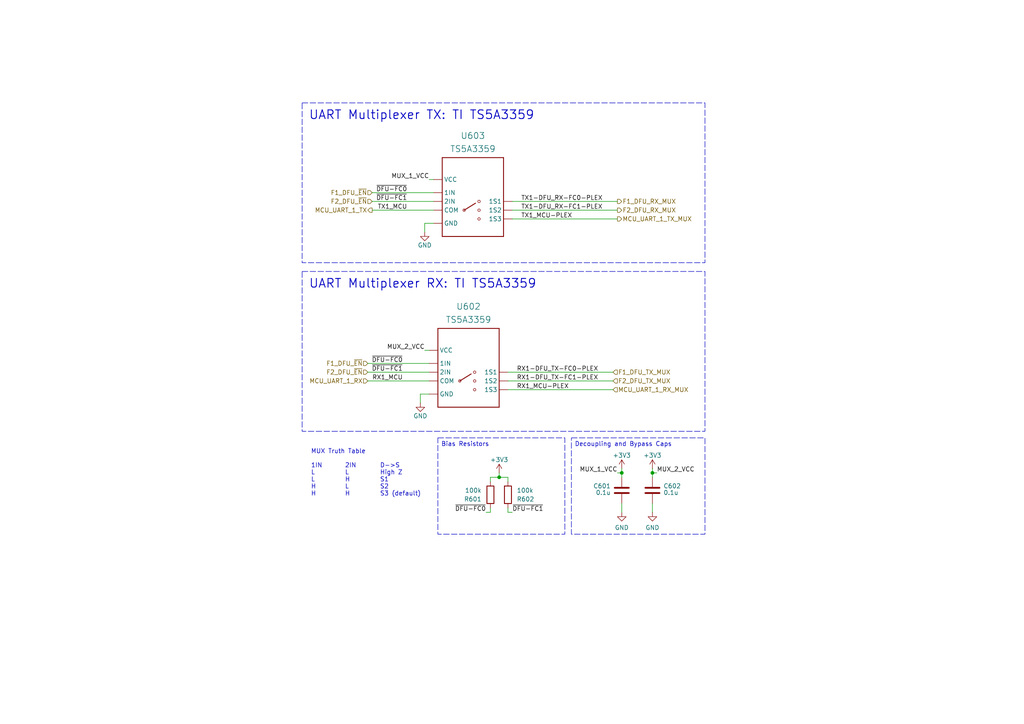
<source format=kicad_sch>
(kicad_sch (version 20231120) (generator "eeschema") (generator_version "8.0")
  (paper "A4")
  (title_block (title "bac MCU MicroMod Main Board Dual Function Single bacBus v1") (date "2025-02-12") (rev "1") (company "Build a CubeSat") (comment 1 "Manuel Imboden") (comment 2 "CC BY-SA 4.0") (comment 3 "https://buildacubesat.space"))
  (lib_symbols
    (symbol "Device:C" (pin_numbers hide) (pin_names (offset 0.254))
      (property "Reference" "C" (at 0.635 2.54 0))
      (property "Value" "C" (at 0.635 -2.54 0))
      (symbol "C_0_1"
        (polyline (pts (xy -2.032 -0.762) (xy 2.032 -0.762)) (stroke (width 0.508)))
        (polyline (pts (xy -2.032 0.762) (xy 2.032 0.762)) (stroke (width 0.508)))
      )
      (symbol "C_1_1"
        (pin passive line (at 0 3.81 270) (length 2.794) (name "~") (number "1"))
        (pin passive line (at 0 -3.81 90) (length 2.794) (name "~") (number "2"))
      )
    )
    (symbol "Device:R" (pin_numbers hide) (pin_names (offset 0))
      (property "Reference" "R" (at 2.032 0 90))
      (property "Value" "R" (at 0 0 90))
      (symbol "R_0_1"
        (rectangle (start -1.016 -2.54) (end 1.016 2.54) (stroke (width 0.254)))
      )
      (symbol "R_1_1"
        (pin passive line (at 0 3.81 270) (length 1.27) (name "~") (number "1"))
        (pin passive line (at 0 -3.81 90) (length 1.27) (name "~") (number "2"))
      )
    )
    (symbol "bac MicroMod Main Board v1:TI TS5A3359DCUR"
      (property "Reference" "U" (at -7.62 13.208 0))
      (property "Value" "TS5A3359" (at -5.588 -12.954 0))
      (symbol "TI TS5A3359DCUR_1_0"
        (circle (center -1.27 -2.54) (radius 0.3592))
        (polyline (pts (xy -7.62 -10.16) (xy -7.62 12.7)) (stroke (width 0.254)))
        (polyline (pts (xy -7.62 12.7) (xy 10.16 12.7)) (stroke (width 0.254)))
        (polyline (pts (xy -1.27 -2.54) (xy 2.032 -0.508)) (stroke (width 0.254)))
        (polyline (pts (xy 10.16 -10.16) (xy -7.62 -10.16)) (stroke (width 0.254)))
        (polyline (pts (xy 10.16 12.7) (xy 10.16 -10.16)) (stroke (width 0.254)))
        (circle (center 3.048 -5.08) (radius 0.3592))
        (circle (center 3.048 -2.54) (radius 0.3592))
        (circle (center 3.048 0) (radius 0.3592))
        (pin bidirectional line (at 12.7 0 180) (length 2.54) (name "1S1") (number "1"))
        (pin bidirectional line (at 12.7 -2.54 180) (length 2.54) (name "1S2") (number "2"))
        (pin bidirectional line (at 12.7 -5.08 180) (length 2.54) (name "1S3") (number "3"))
        (pin power_in line (at -10.16 -6.35 0) (length 2.54) (name "GND") (number "4"))
        (pin bidirectional line (at -10.16 0 0) (length 2.54) (name "2IN") (number "5"))
        (pin bidirectional line (at -10.16 2.54 0) (length 2.54) (name "1IN") (number "6"))
        (pin bidirectional line (at -10.16 -2.54 0) (length 2.54) (name "COM") (number "7"))
        (pin power_in line (at -10.16 6.35 0) (length 2.54) (name "VCC") (number "8"))
      )
    )
    (symbol "power:+3.3V" (power) (pin_numbers hide) (pin_names (offset 0) hide)
      (property "Value" "+3.3V" (at 0 3.556 0))
      (symbol "+3.3V_0_1"
        (polyline (pts (xy -0.762 1.27) (xy 0 2.54)))
        (polyline (pts (xy 0 0) (xy 0 2.54)))
        (polyline (pts (xy 0 2.54) (xy 0.762 1.27)))
      )
      (symbol "+3.3V_1_1"
        (pin power_in line (at 0 0 90) (length 0) (name "~") (number "1"))
      )
    )
    (symbol "power:GND" (power) (pin_numbers hide) (pin_names (offset 0) hide)
      (property "Value" "GND" (at 0 -3.81 0))
      (symbol "GND_0_1"
        (polyline (pts (xy 0 0) (xy 0 -1.27) (xy 1.27 -1.27) (xy 0 -2.54) (xy -1.27 -1.27) (xy 0 -1.27)))
      )
      (symbol "GND_1_1"
        (pin power_in line (at 0 0 270) (length 0) (name "~") (number "1"))
      )
    )
  )
  (junction (at 180.34 137.16))
  (junction (at 144.78 138.43))
  (junction (at 189.23 137.16))
  (wire (pts (xy 180.34 137.16) (xy 180.34 138.43)))
  (wire (pts (xy 144.78 138.43) (xy 147.32 138.43)))
  (wire (pts (xy 107.95 55.88) (xy 125.73 55.88)))
  (wire (pts (xy 123.19 67.31) (xy 123.19 64.77)))
  (wire (pts (xy 148.59 58.42) (xy 179.07 58.42)))
  (wire (pts (xy 140.97 148.59) (xy 142.24 148.59)))
  (wire (pts (xy 123.19 64.77) (xy 125.73 64.77)) (stroke (width 0.1524)))
  (wire (pts (xy 147.32 148.59) (xy 147.32 147.32)))
  (wire (pts (xy 107.95 58.42) (xy 125.73 58.42)))
  (wire (pts (xy 190.5 137.16) (xy 189.23 137.16)))
  (wire (pts (xy 147.32 148.59) (xy 148.59 148.59)))
  (wire (pts (xy 148.59 60.96) (xy 179.07 60.96)))
  (wire (pts (xy 147.32 138.43) (xy 147.32 139.7)))
  (wire (pts (xy 144.78 138.43) (xy 144.78 137.16)))
  (wire (pts (xy 123.19 101.6) (xy 124.46 101.6)))
  (wire (pts (xy 148.59 63.5) (xy 179.07 63.5)))
  (wire (pts (xy 180.34 135.89) (xy 180.34 137.16)))
  (wire (pts (xy 107.95 60.96) (xy 125.73 60.96)))
  (wire (pts (xy 121.92 116.84) (xy 121.92 114.3)))
  (wire (pts (xy 142.24 148.59) (xy 142.24 147.32)))
  (wire (pts (xy 106.68 110.49) (xy 124.46 110.49)))
  (wire (pts (xy 189.23 135.89) (xy 189.23 137.16)))
  (wire (pts (xy 147.32 113.03) (xy 177.8 113.03)) (stroke (width 0.1524)))
  (wire (pts (xy 124.46 52.07) (xy 125.73 52.07)))
  (wire (pts (xy 106.68 107.95) (xy 124.46 107.95)))
  (wire (pts (xy 121.92 114.3) (xy 124.46 114.3)) (stroke (width 0.1524)))
  (wire (pts (xy 142.24 138.43) (xy 144.78 138.43)))
  (wire (pts (xy 189.23 137.16) (xy 189.23 138.43)))
  (wire (pts (xy 147.32 110.49) (xy 177.8 110.49)) (stroke (width 0.1524)))
  (wire (pts (xy 179.07 137.16) (xy 180.34 137.16)))
  (wire (pts (xy 142.24 139.7) (xy 142.24 138.43)))
  (wire (pts (xy 189.23 146.05) (xy 189.23 148.59)))
  (wire (pts (xy 147.32 107.95) (xy 177.8 107.95)) (stroke (width 0.1524)))
  (wire (pts (xy 106.68 105.41) (xy 124.46 105.41)))
  (wire (pts (xy 180.34 146.05) (xy 180.34 148.59)))
  (text_box "Decoupling and Bypass Caps" (at 165.735 127 0) (size 38.735 27.94) (stroke (width 0) (type dash)) (effects (font (size 1.27 1.27)) (justify left top)))
  (text_box "UART Multiplexer RX: TI TS5A3359" (at 87.63 78.74 0) (size 116.84 46.355) (stroke (width 0) (type dash)) (effects (font (size 2.54 2.54) (thickness 0.254) (bold yes)) (justify left top)))
  (text_box "Bias Resistors" (at 127 127 0) (size 36.83 27.94) (stroke (width 0) (type dash)) (effects (font (size 1.27 1.27)) (justify left top)))
  (text_box "UART Multiplexer TX: TI TS5A3359" (at 87.63 29.845 0) (size 116.84 46.355) (stroke (width 0) (type dash)) (effects (font (size 2.54 2.54) (thickness 0.254) (bold yes)) (justify left top)))
  (text "MUX Truth Table\n\n1IN		2IN		D->S\nL		L		High Z\nL		H		S1\nH		L		S2\nH		H		S3 (default)" (at 90.17 137.16 0) (effects (font (size 1.27 1.27)) (justify left)))
  (label "~{DFU-FC1}" (at 116.84 107.95 180))
  (label "~{DFU-FC0}" (at 116.84 105.41 180))
  (label "~{DFU-FC0}" (at 118.11 55.88 180))
  (label "MUX_2_VCC" (at 190.5 137.16 0))
  (label "MUX_1_VCC" (at 179.07 137.16 180))
  (label "RX1_MCU" (at 116.84 110.49 180))
  (label "TX1-DFU_RX-FC1-PLEX" (at 151.13 60.96 0))
  (label "TX1_MCU" (at 118.11 60.96 180))
  (label "MUX_1_VCC" (at 124.46 52.07 180))
  (label "~{DFU-FC1}" (at 148.59 148.59 0))
  (label "TX1-DFU_RX-FC0-PLEX" (at 151.13 58.42 0))
  (label "TX1_MCU-PLEX" (at 151.13 63.5 0))
  (label "RX1_MCU-PLEX" (at 149.86 113.03 0))
  (label "RX1-DFU_TX-FC1-PLEX" (at 149.86 110.49 0))
  (label "MUX_2_VCC" (at 123.19 101.6 180))
  (label "~{DFU-FC1}" (at 118.11 58.42 180))
  (label "~{DFU-FC0}" (at 140.97 148.59 180))
  (label "RX1-DFU_TX-FC0-PLEX" (at 149.86 107.95 0))
  (hierarchical_label "MCU_UART_1_TX_MUX" (shape output) (at 179.07 63.5 0))
  (hierarchical_label "F2_DFU_~{EN}" (shape input) (at 106.68 107.95 180))
  (hierarchical_label "F2_DFU_~{EN}" (shape input) (at 107.95 58.42 180))
  (hierarchical_label "F1_DFU_~{EN}" (shape input) (at 107.95 55.88 180))
  (hierarchical_label "MCU_UART_1_TX" (shape output) (at 107.95 60.96 180))
  (hierarchical_label "F2_DFU_TX_MUX" (shape input) (at 177.8 110.49 0))
  (hierarchical_label "MCU_UART_1_RX_MUX" (shape input) (at 177.8 113.03 0))
  (hierarchical_label "MCU_UART_1_RX" (shape input) (at 106.68 110.49 180))
  (hierarchical_label "F2_DFU_RX_MUX" (shape output) (at 179.07 60.96 0))
  (hierarchical_label "F1_DFU_RX_MUX" (shape output) (at 179.07 58.42 0))
  (hierarchical_label "F1_DFU_~{EN}" (shape input) (at 106.68 105.41 180))
  (hierarchical_label "F1_DFU_TX_MUX" (shape input) (at 177.8 107.95 0))
  (symbol (lib_id "Device:R") (at 142.24 143.51 180) (unit 1)
    (property "Reference" "R601" (at 139.7 144.7801 0) (effects (justify left)))
    (property "Value" "100k" (at 139.7 142.2401 0) (effects (justify left)))
    (property "Footprint" "bac MicroMod Main Board v1:bac-R-0603-100k" (effects (hide yes)))
    (property "Description" "Resistor" (effects (hide yes)))
    (property "Series" "E96" (effects (hide yes)))
  )
  (symbol (lib_id "power:+3.3V") (at 189.23 135.89 0) (mirror y) (unit 1)
    (property "Reference" "#PWR0607" (effects (hide yes)))
    (property "Value" "+3V3" (at 189.23 132.08 0))
    (property "Description" "Power symbol creates a global label with name \"+3.3V\"" (effects (hide yes)))
  )
  (symbol (lib_id "bac MicroMod Main Board v1:TI TS5A3359DCUR") (at 134.62 107.95 0) (unit 1)
    (property "Reference" "U602" (at 135.89 88.9 0) (effects (font (size 1.778 1.778))))
    (property "Value" "TS5A3359" (at 135.89 92.71 0) (effects (font (size 1.778 1.778))))
    (property "Footprint" "bac MicroMod Main Board v1:TI-TS5A3359DCUR" (effects (hide yes)))
    (property "Datasheet" "https://www.ti.com/lit/ds/symlink/ts5a3359.pdf" (effects (hide yes)))
    (property "Description" "1 Circuit IC Switch 3:1 900mOhm 8-VSSOP" (effects (hide yes)))
  )
  (symbol (lib_id "power:GND") (at 180.34 148.59 0) (unit 1)
    (property "Reference" "#PWR0604" (effects (hide yes)))
    (property "Value" "GND" (at 180.34 153.035 0))
    (property "Description" "Power symbol creates a global label with name \"GND\" , ground" (effects (hide yes)))
  )
  (symbol (lib_id "power:GND") (at 121.92 116.84 0) (unit 1)
    (property "Reference" "#PWR0605" (effects (hide yes)))
    (property "Value" "GND" (at 121.92 120.65 0))
    (property "Description" "Power symbol creates a global label with name \"GND\" , ground" (effects (hide yes)))
  )
  (symbol (lib_id "Device:C") (at 189.23 142.24 0) (unit 1)
    (property "Reference" "C602" (at 192.405 140.97 0) (effects (justify left)))
    (property "Value" "0.1u" (at 192.405 142.875 0) (effects (justify left)))
    (property "Footprint" "bac MicroMod Main Board v1:bac-C-0603-0.1u" (effects (hide yes)))
    (property "Description" "Unpolarized capacitor" (effects (hide yes)))
    (property "Height" "0.95mm" (effects (hide yes)))
    (property "Rated Voltage" "50V" (effects (hide yes)))
    (property "Temperature Coefficient" "X7R" (effects (hide yes)))
  )
  (symbol (lib_id "Device:R") (at 147.32 143.51 0) (mirror x) (unit 1)
    (property "Reference" "R602" (at 149.86 144.7801 0) (effects (justify left)))
    (property "Value" "100k" (at 149.86 142.2401 0) (effects (justify left)))
    (property "Footprint" "bac MicroMod Main Board v1:bac-R-0603-100k" (effects (hide yes)))
    (property "Description" "Resistor" (effects (hide yes)))
    (property "Series" "E96" (effects (hide yes)))
  )
  (symbol (lib_id "power:+3.3V") (at 144.78 137.16 0) (unit 1)
    (property "Reference" "#PWR0602" (effects (hide yes)))
    (property "Value" "+3V3" (at 144.78 133.35 0))
    (property "Description" "Power symbol creates a global label with name \"+3.3V\"" (effects (hide yes)))
  )
  (symbol (lib_id "power:+3.3V") (at 180.34 135.89 0) (unit 1)
    (property "Reference" "#PWR0603" (effects (hide yes)))
    (property "Value" "+3V3" (at 180.34 132.08 0))
    (property "Description" "Power symbol creates a global label with name \"+3.3V\"" (effects (hide yes)))
  )
  (symbol (lib_id "Device:C") (at 180.34 142.24 0) (mirror y) (unit 1)
    (property "Reference" "C601" (at 177.165 140.97 0) (effects (justify left)))
    (property "Value" "0.1u" (at 177.165 142.875 0) (effects (justify left)))
    (property "Footprint" "bac MicroMod Main Board v1:bac-C-0603-0.1u" (effects (hide yes)))
    (property "Description" "Unpolarized capacitor" (effects (hide yes)))
    (property "Height" "0.95mm" (effects (hide yes)))
    (property "Rated Voltage" "50V" (effects (hide yes)))
    (property "Temperature Coefficient" "X7R" (effects (hide yes)))
  )
  (symbol (lib_id "power:GND") (at 189.23 148.59 0) (mirror y) (unit 1)
    (property "Reference" "#PWR0608" (effects (hide yes)))
    (property "Value" "GND" (at 189.23 153.035 0))
    (property "Description" "Power symbol creates a global label with name \"GND\" , ground" (effects (hide yes)))
  )
  (symbol (lib_id "power:GND") (at 123.19 67.31 0) (unit 1)
    (property "Reference" "#PWR0606" (effects (hide yes)))
    (property "Value" "GND" (at 123.19 71.12 0))
    (property "Description" "Power symbol creates a global label with name \"GND\" , ground" (effects (hide yes)))
  )
  (symbol (lib_id "bac MicroMod Main Board v1:TI TS5A3359DCUR") (at 135.89 58.42 0) (unit 1)
    (property "Reference" "U603" (at 137.16 39.37 0) (effects (font (size 1.778 1.778))))
    (property "Value" "TS5A3359" (at 137.16 43.18 0) (effects (font (size 1.778 1.778))))
    (property "Footprint" "bac MicroMod Main Board v1:TI-TS5A3359DCUR" (effects (hide yes)))
    (property "Datasheet" "https://www.ti.com/lit/ds/symlink/ts5a3359.pdf" (effects (hide yes)))
    (property "Description" "1 Circuit IC Switch 3:1 900mOhm 8-VSSOP" (effects (hide yes)))
  )
)
</source>
